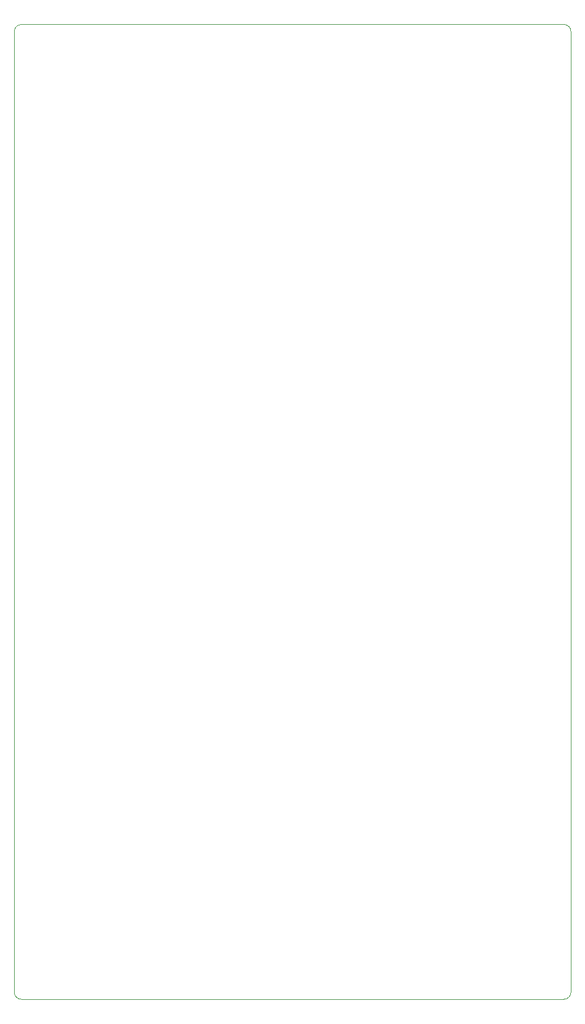
<source format=gm1>
G04 #@! TF.GenerationSoftware,KiCad,Pcbnew,6.0.10-86aedd382b~118~ubuntu20.04.1*
G04 #@! TF.CreationDate,2023-01-07T15:43:11+01:00*
G04 #@! TF.ProjectId,IOB_V3,494f425f-5633-42e6-9b69-6361645f7063,rev?*
G04 #@! TF.SameCoordinates,Original*
G04 #@! TF.FileFunction,Profile,NP*
%FSLAX46Y46*%
G04 Gerber Fmt 4.6, Leading zero omitted, Abs format (unit mm)*
G04 Created by KiCad (PCBNEW 6.0.10-86aedd382b~118~ubuntu20.04.1) date 2023-01-07 15:43:11*
%MOMM*%
%LPD*%
G01*
G04 APERTURE LIST*
G04 #@! TA.AperFunction,Profile*
%ADD10C,0.100000*%
G04 #@! TD*
G04 APERTURE END LIST*
D10*
X148989953Y-170000000D02*
X71010047Y-170000000D01*
X71007107Y-30000000D02*
G75*
G03*
X70000000Y-31007107I7193J-1014300D01*
G01*
X70000052Y-168999999D02*
G75*
G03*
X71010047Y-170000000I1020248J20399D01*
G01*
X70000000Y-169000000D02*
X70000000Y-31007107D01*
X150000000Y-31010047D02*
X150000000Y-168989953D01*
X71007107Y-30000000D02*
X148989953Y-30000000D01*
X150000000Y-31010047D02*
G75*
G03*
X148989953Y-30000000I-1020200J-10153D01*
G01*
X148989953Y-170000000D02*
G75*
G03*
X150000000Y-168989953I-10153J1020200D01*
G01*
M02*

</source>
